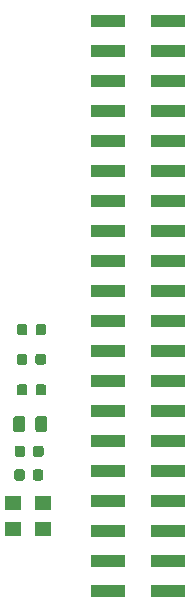
<source format=gbp>
%TF.GenerationSoftware,KiCad,Pcbnew,5.0.2-bee76a0~70~ubuntu18.04.1*%
%TF.CreationDate,2019-03-26T11:43:16+00:00*%
%TF.ProjectId,enclustra_clockpcb,656e636c-7573-4747-9261-5f636c6f636b,rev?*%
%TF.SameCoordinates,Original*%
%TF.FileFunction,Paste,Bot*%
%TF.FilePolarity,Positive*%
%FSLAX46Y46*%
G04 Gerber Fmt 4.6, Leading zero omitted, Abs format (unit mm)*
G04 Created by KiCad (PCBNEW 5.0.2-bee76a0~70~ubuntu18.04.1) date Tue 26 Mar 2019 11:43:16 GMT*
%MOMM*%
%LPD*%
G01*
G04 APERTURE LIST*
%ADD10C,0.100000*%
%ADD11C,0.875000*%
%ADD12C,0.975000*%
%ADD13R,1.400000X1.200000*%
%ADD14R,3.000000X1.000000*%
G04 APERTURE END LIST*
D10*
G36*
X101915191Y-117526053D02*
X101936426Y-117529203D01*
X101957250Y-117534419D01*
X101977462Y-117541651D01*
X101996868Y-117550830D01*
X102015281Y-117561866D01*
X102032524Y-117574654D01*
X102048430Y-117589070D01*
X102062846Y-117604976D01*
X102075634Y-117622219D01*
X102086670Y-117640632D01*
X102095849Y-117660038D01*
X102103081Y-117680250D01*
X102108297Y-117701074D01*
X102111447Y-117722309D01*
X102112500Y-117743750D01*
X102112500Y-118256250D01*
X102111447Y-118277691D01*
X102108297Y-118298926D01*
X102103081Y-118319750D01*
X102095849Y-118339962D01*
X102086670Y-118359368D01*
X102075634Y-118377781D01*
X102062846Y-118395024D01*
X102048430Y-118410930D01*
X102032524Y-118425346D01*
X102015281Y-118438134D01*
X101996868Y-118449170D01*
X101977462Y-118458349D01*
X101957250Y-118465581D01*
X101936426Y-118470797D01*
X101915191Y-118473947D01*
X101893750Y-118475000D01*
X101456250Y-118475000D01*
X101434809Y-118473947D01*
X101413574Y-118470797D01*
X101392750Y-118465581D01*
X101372538Y-118458349D01*
X101353132Y-118449170D01*
X101334719Y-118438134D01*
X101317476Y-118425346D01*
X101301570Y-118410930D01*
X101287154Y-118395024D01*
X101274366Y-118377781D01*
X101263330Y-118359368D01*
X101254151Y-118339962D01*
X101246919Y-118319750D01*
X101241703Y-118298926D01*
X101238553Y-118277691D01*
X101237500Y-118256250D01*
X101237500Y-117743750D01*
X101238553Y-117722309D01*
X101241703Y-117701074D01*
X101246919Y-117680250D01*
X101254151Y-117660038D01*
X101263330Y-117640632D01*
X101274366Y-117622219D01*
X101287154Y-117604976D01*
X101301570Y-117589070D01*
X101317476Y-117574654D01*
X101334719Y-117561866D01*
X101353132Y-117550830D01*
X101372538Y-117541651D01*
X101392750Y-117534419D01*
X101413574Y-117529203D01*
X101434809Y-117526053D01*
X101456250Y-117525000D01*
X101893750Y-117525000D01*
X101915191Y-117526053D01*
X101915191Y-117526053D01*
G37*
D11*
X101675000Y-118000000D03*
D10*
G36*
X100340191Y-117526053D02*
X100361426Y-117529203D01*
X100382250Y-117534419D01*
X100402462Y-117541651D01*
X100421868Y-117550830D01*
X100440281Y-117561866D01*
X100457524Y-117574654D01*
X100473430Y-117589070D01*
X100487846Y-117604976D01*
X100500634Y-117622219D01*
X100511670Y-117640632D01*
X100520849Y-117660038D01*
X100528081Y-117680250D01*
X100533297Y-117701074D01*
X100536447Y-117722309D01*
X100537500Y-117743750D01*
X100537500Y-118256250D01*
X100536447Y-118277691D01*
X100533297Y-118298926D01*
X100528081Y-118319750D01*
X100520849Y-118339962D01*
X100511670Y-118359368D01*
X100500634Y-118377781D01*
X100487846Y-118395024D01*
X100473430Y-118410930D01*
X100457524Y-118425346D01*
X100440281Y-118438134D01*
X100421868Y-118449170D01*
X100402462Y-118458349D01*
X100382250Y-118465581D01*
X100361426Y-118470797D01*
X100340191Y-118473947D01*
X100318750Y-118475000D01*
X99881250Y-118475000D01*
X99859809Y-118473947D01*
X99838574Y-118470797D01*
X99817750Y-118465581D01*
X99797538Y-118458349D01*
X99778132Y-118449170D01*
X99759719Y-118438134D01*
X99742476Y-118425346D01*
X99726570Y-118410930D01*
X99712154Y-118395024D01*
X99699366Y-118377781D01*
X99688330Y-118359368D01*
X99679151Y-118339962D01*
X99671919Y-118319750D01*
X99666703Y-118298926D01*
X99663553Y-118277691D01*
X99662500Y-118256250D01*
X99662500Y-117743750D01*
X99663553Y-117722309D01*
X99666703Y-117701074D01*
X99671919Y-117680250D01*
X99679151Y-117660038D01*
X99688330Y-117640632D01*
X99699366Y-117622219D01*
X99712154Y-117604976D01*
X99726570Y-117589070D01*
X99742476Y-117574654D01*
X99759719Y-117561866D01*
X99778132Y-117550830D01*
X99797538Y-117541651D01*
X99817750Y-117534419D01*
X99838574Y-117529203D01*
X99859809Y-117526053D01*
X99881250Y-117525000D01*
X100318750Y-117525000D01*
X100340191Y-117526053D01*
X100340191Y-117526053D01*
G37*
D11*
X100100000Y-118000000D03*
D10*
G36*
X100365191Y-115526053D02*
X100386426Y-115529203D01*
X100407250Y-115534419D01*
X100427462Y-115541651D01*
X100446868Y-115550830D01*
X100465281Y-115561866D01*
X100482524Y-115574654D01*
X100498430Y-115589070D01*
X100512846Y-115604976D01*
X100525634Y-115622219D01*
X100536670Y-115640632D01*
X100545849Y-115660038D01*
X100553081Y-115680250D01*
X100558297Y-115701074D01*
X100561447Y-115722309D01*
X100562500Y-115743750D01*
X100562500Y-116256250D01*
X100561447Y-116277691D01*
X100558297Y-116298926D01*
X100553081Y-116319750D01*
X100545849Y-116339962D01*
X100536670Y-116359368D01*
X100525634Y-116377781D01*
X100512846Y-116395024D01*
X100498430Y-116410930D01*
X100482524Y-116425346D01*
X100465281Y-116438134D01*
X100446868Y-116449170D01*
X100427462Y-116458349D01*
X100407250Y-116465581D01*
X100386426Y-116470797D01*
X100365191Y-116473947D01*
X100343750Y-116475000D01*
X99906250Y-116475000D01*
X99884809Y-116473947D01*
X99863574Y-116470797D01*
X99842750Y-116465581D01*
X99822538Y-116458349D01*
X99803132Y-116449170D01*
X99784719Y-116438134D01*
X99767476Y-116425346D01*
X99751570Y-116410930D01*
X99737154Y-116395024D01*
X99724366Y-116377781D01*
X99713330Y-116359368D01*
X99704151Y-116339962D01*
X99696919Y-116319750D01*
X99691703Y-116298926D01*
X99688553Y-116277691D01*
X99687500Y-116256250D01*
X99687500Y-115743750D01*
X99688553Y-115722309D01*
X99691703Y-115701074D01*
X99696919Y-115680250D01*
X99704151Y-115660038D01*
X99713330Y-115640632D01*
X99724366Y-115622219D01*
X99737154Y-115604976D01*
X99751570Y-115589070D01*
X99767476Y-115574654D01*
X99784719Y-115561866D01*
X99803132Y-115550830D01*
X99822538Y-115541651D01*
X99842750Y-115534419D01*
X99863574Y-115529203D01*
X99884809Y-115526053D01*
X99906250Y-115525000D01*
X100343750Y-115525000D01*
X100365191Y-115526053D01*
X100365191Y-115526053D01*
G37*
D11*
X100125000Y-116000000D03*
D10*
G36*
X101940191Y-115526053D02*
X101961426Y-115529203D01*
X101982250Y-115534419D01*
X102002462Y-115541651D01*
X102021868Y-115550830D01*
X102040281Y-115561866D01*
X102057524Y-115574654D01*
X102073430Y-115589070D01*
X102087846Y-115604976D01*
X102100634Y-115622219D01*
X102111670Y-115640632D01*
X102120849Y-115660038D01*
X102128081Y-115680250D01*
X102133297Y-115701074D01*
X102136447Y-115722309D01*
X102137500Y-115743750D01*
X102137500Y-116256250D01*
X102136447Y-116277691D01*
X102133297Y-116298926D01*
X102128081Y-116319750D01*
X102120849Y-116339962D01*
X102111670Y-116359368D01*
X102100634Y-116377781D01*
X102087846Y-116395024D01*
X102073430Y-116410930D01*
X102057524Y-116425346D01*
X102040281Y-116438134D01*
X102021868Y-116449170D01*
X102002462Y-116458349D01*
X101982250Y-116465581D01*
X101961426Y-116470797D01*
X101940191Y-116473947D01*
X101918750Y-116475000D01*
X101481250Y-116475000D01*
X101459809Y-116473947D01*
X101438574Y-116470797D01*
X101417750Y-116465581D01*
X101397538Y-116458349D01*
X101378132Y-116449170D01*
X101359719Y-116438134D01*
X101342476Y-116425346D01*
X101326570Y-116410930D01*
X101312154Y-116395024D01*
X101299366Y-116377781D01*
X101288330Y-116359368D01*
X101279151Y-116339962D01*
X101271919Y-116319750D01*
X101266703Y-116298926D01*
X101263553Y-116277691D01*
X101262500Y-116256250D01*
X101262500Y-115743750D01*
X101263553Y-115722309D01*
X101266703Y-115701074D01*
X101271919Y-115680250D01*
X101279151Y-115660038D01*
X101288330Y-115640632D01*
X101299366Y-115622219D01*
X101312154Y-115604976D01*
X101326570Y-115589070D01*
X101342476Y-115574654D01*
X101359719Y-115561866D01*
X101378132Y-115550830D01*
X101397538Y-115541651D01*
X101417750Y-115534419D01*
X101438574Y-115529203D01*
X101459809Y-115526053D01*
X101481250Y-115525000D01*
X101918750Y-115525000D01*
X101940191Y-115526053D01*
X101940191Y-115526053D01*
G37*
D11*
X101700000Y-116000000D03*
D10*
G36*
X100330142Y-113001174D02*
X100353803Y-113004684D01*
X100377007Y-113010496D01*
X100399529Y-113018554D01*
X100421153Y-113028782D01*
X100441670Y-113041079D01*
X100460883Y-113055329D01*
X100478607Y-113071393D01*
X100494671Y-113089117D01*
X100508921Y-113108330D01*
X100521218Y-113128847D01*
X100531446Y-113150471D01*
X100539504Y-113172993D01*
X100545316Y-113196197D01*
X100548826Y-113219858D01*
X100550000Y-113243750D01*
X100550000Y-114156250D01*
X100548826Y-114180142D01*
X100545316Y-114203803D01*
X100539504Y-114227007D01*
X100531446Y-114249529D01*
X100521218Y-114271153D01*
X100508921Y-114291670D01*
X100494671Y-114310883D01*
X100478607Y-114328607D01*
X100460883Y-114344671D01*
X100441670Y-114358921D01*
X100421153Y-114371218D01*
X100399529Y-114381446D01*
X100377007Y-114389504D01*
X100353803Y-114395316D01*
X100330142Y-114398826D01*
X100306250Y-114400000D01*
X99818750Y-114400000D01*
X99794858Y-114398826D01*
X99771197Y-114395316D01*
X99747993Y-114389504D01*
X99725471Y-114381446D01*
X99703847Y-114371218D01*
X99683330Y-114358921D01*
X99664117Y-114344671D01*
X99646393Y-114328607D01*
X99630329Y-114310883D01*
X99616079Y-114291670D01*
X99603782Y-114271153D01*
X99593554Y-114249529D01*
X99585496Y-114227007D01*
X99579684Y-114203803D01*
X99576174Y-114180142D01*
X99575000Y-114156250D01*
X99575000Y-113243750D01*
X99576174Y-113219858D01*
X99579684Y-113196197D01*
X99585496Y-113172993D01*
X99593554Y-113150471D01*
X99603782Y-113128847D01*
X99616079Y-113108330D01*
X99630329Y-113089117D01*
X99646393Y-113071393D01*
X99664117Y-113055329D01*
X99683330Y-113041079D01*
X99703847Y-113028782D01*
X99725471Y-113018554D01*
X99747993Y-113010496D01*
X99771197Y-113004684D01*
X99794858Y-113001174D01*
X99818750Y-113000000D01*
X100306250Y-113000000D01*
X100330142Y-113001174D01*
X100330142Y-113001174D01*
G37*
D12*
X100062500Y-113700000D03*
D10*
G36*
X102205142Y-113001174D02*
X102228803Y-113004684D01*
X102252007Y-113010496D01*
X102274529Y-113018554D01*
X102296153Y-113028782D01*
X102316670Y-113041079D01*
X102335883Y-113055329D01*
X102353607Y-113071393D01*
X102369671Y-113089117D01*
X102383921Y-113108330D01*
X102396218Y-113128847D01*
X102406446Y-113150471D01*
X102414504Y-113172993D01*
X102420316Y-113196197D01*
X102423826Y-113219858D01*
X102425000Y-113243750D01*
X102425000Y-114156250D01*
X102423826Y-114180142D01*
X102420316Y-114203803D01*
X102414504Y-114227007D01*
X102406446Y-114249529D01*
X102396218Y-114271153D01*
X102383921Y-114291670D01*
X102369671Y-114310883D01*
X102353607Y-114328607D01*
X102335883Y-114344671D01*
X102316670Y-114358921D01*
X102296153Y-114371218D01*
X102274529Y-114381446D01*
X102252007Y-114389504D01*
X102228803Y-114395316D01*
X102205142Y-114398826D01*
X102181250Y-114400000D01*
X101693750Y-114400000D01*
X101669858Y-114398826D01*
X101646197Y-114395316D01*
X101622993Y-114389504D01*
X101600471Y-114381446D01*
X101578847Y-114371218D01*
X101558330Y-114358921D01*
X101539117Y-114344671D01*
X101521393Y-114328607D01*
X101505329Y-114310883D01*
X101491079Y-114291670D01*
X101478782Y-114271153D01*
X101468554Y-114249529D01*
X101460496Y-114227007D01*
X101454684Y-114203803D01*
X101451174Y-114180142D01*
X101450000Y-114156250D01*
X101450000Y-113243750D01*
X101451174Y-113219858D01*
X101454684Y-113196197D01*
X101460496Y-113172993D01*
X101468554Y-113150471D01*
X101478782Y-113128847D01*
X101491079Y-113108330D01*
X101505329Y-113089117D01*
X101521393Y-113071393D01*
X101539117Y-113055329D01*
X101558330Y-113041079D01*
X101578847Y-113028782D01*
X101600471Y-113018554D01*
X101622993Y-113010496D01*
X101646197Y-113004684D01*
X101669858Y-113001174D01*
X101693750Y-113000000D01*
X102181250Y-113000000D01*
X102205142Y-113001174D01*
X102205142Y-113001174D01*
G37*
D12*
X101937500Y-113700000D03*
D10*
G36*
X102140191Y-105226053D02*
X102161426Y-105229203D01*
X102182250Y-105234419D01*
X102202462Y-105241651D01*
X102221868Y-105250830D01*
X102240281Y-105261866D01*
X102257524Y-105274654D01*
X102273430Y-105289070D01*
X102287846Y-105304976D01*
X102300634Y-105322219D01*
X102311670Y-105340632D01*
X102320849Y-105360038D01*
X102328081Y-105380250D01*
X102333297Y-105401074D01*
X102336447Y-105422309D01*
X102337500Y-105443750D01*
X102337500Y-105956250D01*
X102336447Y-105977691D01*
X102333297Y-105998926D01*
X102328081Y-106019750D01*
X102320849Y-106039962D01*
X102311670Y-106059368D01*
X102300634Y-106077781D01*
X102287846Y-106095024D01*
X102273430Y-106110930D01*
X102257524Y-106125346D01*
X102240281Y-106138134D01*
X102221868Y-106149170D01*
X102202462Y-106158349D01*
X102182250Y-106165581D01*
X102161426Y-106170797D01*
X102140191Y-106173947D01*
X102118750Y-106175000D01*
X101681250Y-106175000D01*
X101659809Y-106173947D01*
X101638574Y-106170797D01*
X101617750Y-106165581D01*
X101597538Y-106158349D01*
X101578132Y-106149170D01*
X101559719Y-106138134D01*
X101542476Y-106125346D01*
X101526570Y-106110930D01*
X101512154Y-106095024D01*
X101499366Y-106077781D01*
X101488330Y-106059368D01*
X101479151Y-106039962D01*
X101471919Y-106019750D01*
X101466703Y-105998926D01*
X101463553Y-105977691D01*
X101462500Y-105956250D01*
X101462500Y-105443750D01*
X101463553Y-105422309D01*
X101466703Y-105401074D01*
X101471919Y-105380250D01*
X101479151Y-105360038D01*
X101488330Y-105340632D01*
X101499366Y-105322219D01*
X101512154Y-105304976D01*
X101526570Y-105289070D01*
X101542476Y-105274654D01*
X101559719Y-105261866D01*
X101578132Y-105250830D01*
X101597538Y-105241651D01*
X101617750Y-105234419D01*
X101638574Y-105229203D01*
X101659809Y-105226053D01*
X101681250Y-105225000D01*
X102118750Y-105225000D01*
X102140191Y-105226053D01*
X102140191Y-105226053D01*
G37*
D11*
X101900000Y-105700000D03*
D10*
G36*
X100565191Y-105226053D02*
X100586426Y-105229203D01*
X100607250Y-105234419D01*
X100627462Y-105241651D01*
X100646868Y-105250830D01*
X100665281Y-105261866D01*
X100682524Y-105274654D01*
X100698430Y-105289070D01*
X100712846Y-105304976D01*
X100725634Y-105322219D01*
X100736670Y-105340632D01*
X100745849Y-105360038D01*
X100753081Y-105380250D01*
X100758297Y-105401074D01*
X100761447Y-105422309D01*
X100762500Y-105443750D01*
X100762500Y-105956250D01*
X100761447Y-105977691D01*
X100758297Y-105998926D01*
X100753081Y-106019750D01*
X100745849Y-106039962D01*
X100736670Y-106059368D01*
X100725634Y-106077781D01*
X100712846Y-106095024D01*
X100698430Y-106110930D01*
X100682524Y-106125346D01*
X100665281Y-106138134D01*
X100646868Y-106149170D01*
X100627462Y-106158349D01*
X100607250Y-106165581D01*
X100586426Y-106170797D01*
X100565191Y-106173947D01*
X100543750Y-106175000D01*
X100106250Y-106175000D01*
X100084809Y-106173947D01*
X100063574Y-106170797D01*
X100042750Y-106165581D01*
X100022538Y-106158349D01*
X100003132Y-106149170D01*
X99984719Y-106138134D01*
X99967476Y-106125346D01*
X99951570Y-106110930D01*
X99937154Y-106095024D01*
X99924366Y-106077781D01*
X99913330Y-106059368D01*
X99904151Y-106039962D01*
X99896919Y-106019750D01*
X99891703Y-105998926D01*
X99888553Y-105977691D01*
X99887500Y-105956250D01*
X99887500Y-105443750D01*
X99888553Y-105422309D01*
X99891703Y-105401074D01*
X99896919Y-105380250D01*
X99904151Y-105360038D01*
X99913330Y-105340632D01*
X99924366Y-105322219D01*
X99937154Y-105304976D01*
X99951570Y-105289070D01*
X99967476Y-105274654D01*
X99984719Y-105261866D01*
X100003132Y-105250830D01*
X100022538Y-105241651D01*
X100042750Y-105234419D01*
X100063574Y-105229203D01*
X100084809Y-105226053D01*
X100106250Y-105225000D01*
X100543750Y-105225000D01*
X100565191Y-105226053D01*
X100565191Y-105226053D01*
G37*
D11*
X100325000Y-105700000D03*
D10*
G36*
X100552691Y-107726053D02*
X100573926Y-107729203D01*
X100594750Y-107734419D01*
X100614962Y-107741651D01*
X100634368Y-107750830D01*
X100652781Y-107761866D01*
X100670024Y-107774654D01*
X100685930Y-107789070D01*
X100700346Y-107804976D01*
X100713134Y-107822219D01*
X100724170Y-107840632D01*
X100733349Y-107860038D01*
X100740581Y-107880250D01*
X100745797Y-107901074D01*
X100748947Y-107922309D01*
X100750000Y-107943750D01*
X100750000Y-108456250D01*
X100748947Y-108477691D01*
X100745797Y-108498926D01*
X100740581Y-108519750D01*
X100733349Y-108539962D01*
X100724170Y-108559368D01*
X100713134Y-108577781D01*
X100700346Y-108595024D01*
X100685930Y-108610930D01*
X100670024Y-108625346D01*
X100652781Y-108638134D01*
X100634368Y-108649170D01*
X100614962Y-108658349D01*
X100594750Y-108665581D01*
X100573926Y-108670797D01*
X100552691Y-108673947D01*
X100531250Y-108675000D01*
X100093750Y-108675000D01*
X100072309Y-108673947D01*
X100051074Y-108670797D01*
X100030250Y-108665581D01*
X100010038Y-108658349D01*
X99990632Y-108649170D01*
X99972219Y-108638134D01*
X99954976Y-108625346D01*
X99939070Y-108610930D01*
X99924654Y-108595024D01*
X99911866Y-108577781D01*
X99900830Y-108559368D01*
X99891651Y-108539962D01*
X99884419Y-108519750D01*
X99879203Y-108498926D01*
X99876053Y-108477691D01*
X99875000Y-108456250D01*
X99875000Y-107943750D01*
X99876053Y-107922309D01*
X99879203Y-107901074D01*
X99884419Y-107880250D01*
X99891651Y-107860038D01*
X99900830Y-107840632D01*
X99911866Y-107822219D01*
X99924654Y-107804976D01*
X99939070Y-107789070D01*
X99954976Y-107774654D01*
X99972219Y-107761866D01*
X99990632Y-107750830D01*
X100010038Y-107741651D01*
X100030250Y-107734419D01*
X100051074Y-107729203D01*
X100072309Y-107726053D01*
X100093750Y-107725000D01*
X100531250Y-107725000D01*
X100552691Y-107726053D01*
X100552691Y-107726053D01*
G37*
D11*
X100312500Y-108200000D03*
D10*
G36*
X102127691Y-107726053D02*
X102148926Y-107729203D01*
X102169750Y-107734419D01*
X102189962Y-107741651D01*
X102209368Y-107750830D01*
X102227781Y-107761866D01*
X102245024Y-107774654D01*
X102260930Y-107789070D01*
X102275346Y-107804976D01*
X102288134Y-107822219D01*
X102299170Y-107840632D01*
X102308349Y-107860038D01*
X102315581Y-107880250D01*
X102320797Y-107901074D01*
X102323947Y-107922309D01*
X102325000Y-107943750D01*
X102325000Y-108456250D01*
X102323947Y-108477691D01*
X102320797Y-108498926D01*
X102315581Y-108519750D01*
X102308349Y-108539962D01*
X102299170Y-108559368D01*
X102288134Y-108577781D01*
X102275346Y-108595024D01*
X102260930Y-108610930D01*
X102245024Y-108625346D01*
X102227781Y-108638134D01*
X102209368Y-108649170D01*
X102189962Y-108658349D01*
X102169750Y-108665581D01*
X102148926Y-108670797D01*
X102127691Y-108673947D01*
X102106250Y-108675000D01*
X101668750Y-108675000D01*
X101647309Y-108673947D01*
X101626074Y-108670797D01*
X101605250Y-108665581D01*
X101585038Y-108658349D01*
X101565632Y-108649170D01*
X101547219Y-108638134D01*
X101529976Y-108625346D01*
X101514070Y-108610930D01*
X101499654Y-108595024D01*
X101486866Y-108577781D01*
X101475830Y-108559368D01*
X101466651Y-108539962D01*
X101459419Y-108519750D01*
X101454203Y-108498926D01*
X101451053Y-108477691D01*
X101450000Y-108456250D01*
X101450000Y-107943750D01*
X101451053Y-107922309D01*
X101454203Y-107901074D01*
X101459419Y-107880250D01*
X101466651Y-107860038D01*
X101475830Y-107840632D01*
X101486866Y-107822219D01*
X101499654Y-107804976D01*
X101514070Y-107789070D01*
X101529976Y-107774654D01*
X101547219Y-107761866D01*
X101565632Y-107750830D01*
X101585038Y-107741651D01*
X101605250Y-107734419D01*
X101626074Y-107729203D01*
X101647309Y-107726053D01*
X101668750Y-107725000D01*
X102106250Y-107725000D01*
X102127691Y-107726053D01*
X102127691Y-107726053D01*
G37*
D11*
X101887500Y-108200000D03*
D10*
G36*
X102140191Y-110326053D02*
X102161426Y-110329203D01*
X102182250Y-110334419D01*
X102202462Y-110341651D01*
X102221868Y-110350830D01*
X102240281Y-110361866D01*
X102257524Y-110374654D01*
X102273430Y-110389070D01*
X102287846Y-110404976D01*
X102300634Y-110422219D01*
X102311670Y-110440632D01*
X102320849Y-110460038D01*
X102328081Y-110480250D01*
X102333297Y-110501074D01*
X102336447Y-110522309D01*
X102337500Y-110543750D01*
X102337500Y-111056250D01*
X102336447Y-111077691D01*
X102333297Y-111098926D01*
X102328081Y-111119750D01*
X102320849Y-111139962D01*
X102311670Y-111159368D01*
X102300634Y-111177781D01*
X102287846Y-111195024D01*
X102273430Y-111210930D01*
X102257524Y-111225346D01*
X102240281Y-111238134D01*
X102221868Y-111249170D01*
X102202462Y-111258349D01*
X102182250Y-111265581D01*
X102161426Y-111270797D01*
X102140191Y-111273947D01*
X102118750Y-111275000D01*
X101681250Y-111275000D01*
X101659809Y-111273947D01*
X101638574Y-111270797D01*
X101617750Y-111265581D01*
X101597538Y-111258349D01*
X101578132Y-111249170D01*
X101559719Y-111238134D01*
X101542476Y-111225346D01*
X101526570Y-111210930D01*
X101512154Y-111195024D01*
X101499366Y-111177781D01*
X101488330Y-111159368D01*
X101479151Y-111139962D01*
X101471919Y-111119750D01*
X101466703Y-111098926D01*
X101463553Y-111077691D01*
X101462500Y-111056250D01*
X101462500Y-110543750D01*
X101463553Y-110522309D01*
X101466703Y-110501074D01*
X101471919Y-110480250D01*
X101479151Y-110460038D01*
X101488330Y-110440632D01*
X101499366Y-110422219D01*
X101512154Y-110404976D01*
X101526570Y-110389070D01*
X101542476Y-110374654D01*
X101559719Y-110361866D01*
X101578132Y-110350830D01*
X101597538Y-110341651D01*
X101617750Y-110334419D01*
X101638574Y-110329203D01*
X101659809Y-110326053D01*
X101681250Y-110325000D01*
X102118750Y-110325000D01*
X102140191Y-110326053D01*
X102140191Y-110326053D01*
G37*
D11*
X101900000Y-110800000D03*
D10*
G36*
X100565191Y-110326053D02*
X100586426Y-110329203D01*
X100607250Y-110334419D01*
X100627462Y-110341651D01*
X100646868Y-110350830D01*
X100665281Y-110361866D01*
X100682524Y-110374654D01*
X100698430Y-110389070D01*
X100712846Y-110404976D01*
X100725634Y-110422219D01*
X100736670Y-110440632D01*
X100745849Y-110460038D01*
X100753081Y-110480250D01*
X100758297Y-110501074D01*
X100761447Y-110522309D01*
X100762500Y-110543750D01*
X100762500Y-111056250D01*
X100761447Y-111077691D01*
X100758297Y-111098926D01*
X100753081Y-111119750D01*
X100745849Y-111139962D01*
X100736670Y-111159368D01*
X100725634Y-111177781D01*
X100712846Y-111195024D01*
X100698430Y-111210930D01*
X100682524Y-111225346D01*
X100665281Y-111238134D01*
X100646868Y-111249170D01*
X100627462Y-111258349D01*
X100607250Y-111265581D01*
X100586426Y-111270797D01*
X100565191Y-111273947D01*
X100543750Y-111275000D01*
X100106250Y-111275000D01*
X100084809Y-111273947D01*
X100063574Y-111270797D01*
X100042750Y-111265581D01*
X100022538Y-111258349D01*
X100003132Y-111249170D01*
X99984719Y-111238134D01*
X99967476Y-111225346D01*
X99951570Y-111210930D01*
X99937154Y-111195024D01*
X99924366Y-111177781D01*
X99913330Y-111159368D01*
X99904151Y-111139962D01*
X99896919Y-111119750D01*
X99891703Y-111098926D01*
X99888553Y-111077691D01*
X99887500Y-111056250D01*
X99887500Y-110543750D01*
X99888553Y-110522309D01*
X99891703Y-110501074D01*
X99896919Y-110480250D01*
X99904151Y-110460038D01*
X99913330Y-110440632D01*
X99924366Y-110422219D01*
X99937154Y-110404976D01*
X99951570Y-110389070D01*
X99967476Y-110374654D01*
X99984719Y-110361866D01*
X100003132Y-110350830D01*
X100022538Y-110341651D01*
X100042750Y-110334419D01*
X100063574Y-110329203D01*
X100084809Y-110326053D01*
X100106250Y-110325000D01*
X100543750Y-110325000D01*
X100565191Y-110326053D01*
X100565191Y-110326053D01*
G37*
D11*
X100325000Y-110800000D03*
D13*
X99530000Y-120400000D03*
X102070000Y-120400000D03*
X102070000Y-122600000D03*
X99530000Y-122600000D03*
D14*
X107605001Y-79528833D03*
X112645001Y-79528833D03*
X107605001Y-82068833D03*
X112645001Y-82068833D03*
X107605001Y-84608833D03*
X112645001Y-84608833D03*
X107605001Y-87148833D03*
X112645001Y-87148833D03*
X107605001Y-89688833D03*
X112645001Y-89688833D03*
X107605001Y-92228833D03*
X112645001Y-92228833D03*
X107605001Y-94768833D03*
X112645001Y-94768833D03*
X107605001Y-97308833D03*
X112645001Y-97308833D03*
X107605001Y-99848833D03*
X112645001Y-99848833D03*
X107605001Y-102388833D03*
X112645001Y-102388833D03*
X107605001Y-104928833D03*
X112645001Y-104928833D03*
X107605001Y-107468833D03*
X112645001Y-107468833D03*
X107605001Y-110008833D03*
X112645001Y-110008833D03*
X107605001Y-112548833D03*
X112645001Y-112548833D03*
X107605001Y-115088833D03*
X112645001Y-115088833D03*
X107605001Y-117628833D03*
X112645001Y-117628833D03*
X107605001Y-120168833D03*
X112645001Y-120168833D03*
X107605001Y-122708833D03*
X112645001Y-122708833D03*
X107605001Y-125248833D03*
X112645001Y-125248833D03*
X107605001Y-127788833D03*
X112645001Y-127788833D03*
M02*

</source>
